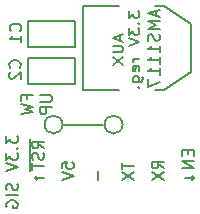
<source format=gbo>
G04 #@! TF.FileFunction,Legend,Bot*
%FSLAX46Y46*%
G04 Gerber Fmt 4.6, Leading zero omitted, Abs format (unit mm)*
G04 Created by KiCad (PCBNEW (2015-03-16 BZR 5521)-product) date Mon 16 Mar 2015 08:21:26 PM CET*
%MOMM*%
G01*
G04 APERTURE LIST*
%ADD10C,0.100000*%
%ADD11C,0.200000*%
%ADD12C,0.150000*%
%ADD13R,2.082800X3.708400*%
%ADD14R,2.082800X1.066800*%
%ADD15R,1.050800X1.050800*%
%ADD16R,1.150800X1.250800*%
%ADD17R,1.701800X1.701800*%
%ADD18C,1.701800*%
%ADD19C,1.050800*%
%ADD20R,1.348740X1.549400*%
%ADD21R,1.700800X1.700800*%
%ADD22C,1.700800*%
G04 APERTURE END LIST*
D10*
D11*
X165046667Y-103411905D02*
X165046667Y-103888096D01*
X165289524Y-103316667D02*
X164439524Y-103650000D01*
X165289524Y-103983334D01*
X164439524Y-104316667D02*
X165127619Y-104316667D01*
X165208571Y-104364286D01*
X165249048Y-104411905D01*
X165289524Y-104507143D01*
X165289524Y-104697620D01*
X165249048Y-104792858D01*
X165208571Y-104840477D01*
X165127619Y-104888096D01*
X164439524Y-104888096D01*
X164439524Y-105269048D02*
X165289524Y-105935715D01*
X164439524Y-105935715D02*
X165289524Y-105269048D01*
X165829524Y-101364286D02*
X165829524Y-101983334D01*
X166153333Y-101650000D01*
X166153333Y-101792858D01*
X166193810Y-101888096D01*
X166234286Y-101935715D01*
X166315238Y-101983334D01*
X166517619Y-101983334D01*
X166598571Y-101935715D01*
X166639048Y-101888096D01*
X166679524Y-101792858D01*
X166679524Y-101507143D01*
X166639048Y-101411905D01*
X166598571Y-101364286D01*
X166598571Y-102411905D02*
X166639048Y-102459524D01*
X166679524Y-102411905D01*
X166639048Y-102364286D01*
X166598571Y-102411905D01*
X166679524Y-102411905D01*
X165829524Y-102792857D02*
X165829524Y-103411905D01*
X166153333Y-103078571D01*
X166153333Y-103221429D01*
X166193810Y-103316667D01*
X166234286Y-103364286D01*
X166315238Y-103411905D01*
X166517619Y-103411905D01*
X166598571Y-103364286D01*
X166639048Y-103316667D01*
X166679524Y-103221429D01*
X166679524Y-102935714D01*
X166639048Y-102840476D01*
X166598571Y-102792857D01*
X165829524Y-103697619D02*
X166679524Y-104030952D01*
X165829524Y-104364286D01*
X166679524Y-105459524D02*
X166112857Y-105459524D01*
X166274762Y-105459524D02*
X166193810Y-105507143D01*
X166153333Y-105554762D01*
X166112857Y-105650000D01*
X166112857Y-105745239D01*
X166639048Y-106459525D02*
X166679524Y-106364287D01*
X166679524Y-106173810D01*
X166639048Y-106078572D01*
X166558095Y-106030953D01*
X166234286Y-106030953D01*
X166153333Y-106078572D01*
X166112857Y-106173810D01*
X166112857Y-106364287D01*
X166153333Y-106459525D01*
X166234286Y-106507144D01*
X166315238Y-106507144D01*
X166396190Y-106030953D01*
X166112857Y-107364287D02*
X166800952Y-107364287D01*
X166881905Y-107316668D01*
X166922381Y-107269049D01*
X166962857Y-107173810D01*
X166962857Y-107030953D01*
X166922381Y-106935715D01*
X166639048Y-107364287D02*
X166679524Y-107269049D01*
X166679524Y-107078572D01*
X166639048Y-106983334D01*
X166598571Y-106935715D01*
X166517619Y-106888096D01*
X166274762Y-106888096D01*
X166193810Y-106935715D01*
X166153333Y-106983334D01*
X166112857Y-107078572D01*
X166112857Y-107269049D01*
X166153333Y-107364287D01*
X166598571Y-107840477D02*
X166639048Y-107888096D01*
X166679524Y-107840477D01*
X166639048Y-107792858D01*
X166598571Y-107840477D01*
X166679524Y-107840477D01*
X157168571Y-108861429D02*
X157168571Y-108528095D01*
X157692381Y-108528095D02*
X156692381Y-108528095D01*
X156692381Y-109004286D01*
X156692381Y-109290000D02*
X157692381Y-109528095D01*
X156978095Y-109718572D01*
X157692381Y-109909048D01*
X156692381Y-110147143D01*
X158292381Y-108504286D02*
X159101905Y-108504286D01*
X159197143Y-108551905D01*
X159244762Y-108599524D01*
X159292381Y-108694762D01*
X159292381Y-108885239D01*
X159244762Y-108980477D01*
X159197143Y-109028096D01*
X159101905Y-109075715D01*
X158292381Y-109075715D01*
X159292381Y-109551905D02*
X158292381Y-109551905D01*
X158292381Y-109932858D01*
X158340000Y-110028096D01*
X158387619Y-110075715D01*
X158482857Y-110123334D01*
X158625714Y-110123334D01*
X158720952Y-110075715D01*
X158768571Y-110028096D01*
X158816190Y-109932858D01*
X158816190Y-109551905D01*
X168116667Y-101359524D02*
X168116667Y-101835715D01*
X168402381Y-101264286D02*
X167402381Y-101597619D01*
X168402381Y-101930953D01*
X168402381Y-102264286D02*
X167402381Y-102264286D01*
X168116667Y-102597620D01*
X167402381Y-102930953D01*
X168402381Y-102930953D01*
X168354762Y-103359524D02*
X168402381Y-103502381D01*
X168402381Y-103740477D01*
X168354762Y-103835715D01*
X168307143Y-103883334D01*
X168211905Y-103930953D01*
X168116667Y-103930953D01*
X168021429Y-103883334D01*
X167973810Y-103835715D01*
X167926190Y-103740477D01*
X167878571Y-103550000D01*
X167830952Y-103454762D01*
X167783333Y-103407143D01*
X167688095Y-103359524D01*
X167592857Y-103359524D01*
X167497619Y-103407143D01*
X167450000Y-103454762D01*
X167402381Y-103550000D01*
X167402381Y-103788096D01*
X167450000Y-103930953D01*
X168402381Y-104883334D02*
X168402381Y-104311905D01*
X168402381Y-104597619D02*
X167402381Y-104597619D01*
X167545238Y-104502381D01*
X167640476Y-104407143D01*
X167688095Y-104311905D01*
X168402381Y-105835715D02*
X168402381Y-105264286D01*
X168402381Y-105550000D02*
X167402381Y-105550000D01*
X167545238Y-105454762D01*
X167640476Y-105359524D01*
X167688095Y-105264286D01*
X168402381Y-106788096D02*
X168402381Y-106216667D01*
X168402381Y-106502381D02*
X167402381Y-106502381D01*
X167545238Y-106407143D01*
X167640476Y-106311905D01*
X167688095Y-106216667D01*
X167402381Y-107121429D02*
X167402381Y-107788096D01*
X168402381Y-107359524D01*
X155392381Y-111948572D02*
X155392381Y-112567620D01*
X155773333Y-112234286D01*
X155773333Y-112377144D01*
X155820952Y-112472382D01*
X155868571Y-112520001D01*
X155963810Y-112567620D01*
X156201905Y-112567620D01*
X156297143Y-112520001D01*
X156344762Y-112472382D01*
X156392381Y-112377144D01*
X156392381Y-112091429D01*
X156344762Y-111996191D01*
X156297143Y-111948572D01*
X156297143Y-112996191D02*
X156344762Y-113043810D01*
X156392381Y-112996191D01*
X156344762Y-112948572D01*
X156297143Y-112996191D01*
X156392381Y-112996191D01*
X155392381Y-113377143D02*
X155392381Y-113996191D01*
X155773333Y-113662857D01*
X155773333Y-113805715D01*
X155820952Y-113900953D01*
X155868571Y-113948572D01*
X155963810Y-113996191D01*
X156201905Y-113996191D01*
X156297143Y-113948572D01*
X156344762Y-113900953D01*
X156392381Y-113805715D01*
X156392381Y-113520000D01*
X156344762Y-113424762D01*
X156297143Y-113377143D01*
X155392381Y-114281905D02*
X156392381Y-114615238D01*
X155392381Y-114948572D01*
X156344762Y-115996191D02*
X156392381Y-116139048D01*
X156392381Y-116377144D01*
X156344762Y-116472382D01*
X156297143Y-116520001D01*
X156201905Y-116567620D01*
X156106667Y-116567620D01*
X156011429Y-116520001D01*
X155963810Y-116472382D01*
X155916190Y-116377144D01*
X155868571Y-116186667D01*
X155820952Y-116091429D01*
X155773333Y-116043810D01*
X155678095Y-115996191D01*
X155582857Y-115996191D01*
X155487619Y-116043810D01*
X155440000Y-116091429D01*
X155392381Y-116186667D01*
X155392381Y-116424763D01*
X155440000Y-116567620D01*
X156392381Y-116996191D02*
X155392381Y-116996191D01*
X155440000Y-117996191D02*
X155392381Y-117900953D01*
X155392381Y-117758096D01*
X155440000Y-117615238D01*
X155535238Y-117520000D01*
X155630476Y-117472381D01*
X155820952Y-117424762D01*
X155963810Y-117424762D01*
X156154286Y-117472381D01*
X156249524Y-117520000D01*
X156344762Y-117615238D01*
X156392381Y-117758096D01*
X156392381Y-117853334D01*
X156344762Y-117996191D01*
X156297143Y-118043810D01*
X155963810Y-118043810D01*
X155963810Y-117853334D01*
X170778571Y-113192857D02*
X170778571Y-113526191D01*
X171302381Y-113669048D02*
X171302381Y-113192857D01*
X170302381Y-113192857D01*
X170302381Y-113669048D01*
X171302381Y-114097619D02*
X170302381Y-114097619D01*
X171302381Y-114669048D01*
X170302381Y-114669048D01*
X170540476Y-115526191D02*
X171302381Y-115526191D01*
X171111905Y-115716667D02*
X171302381Y-115526191D01*
X171111905Y-115335714D01*
X168752381Y-114703334D02*
X168276190Y-114370000D01*
X168752381Y-114131905D02*
X167752381Y-114131905D01*
X167752381Y-114512858D01*
X167800000Y-114608096D01*
X167847619Y-114655715D01*
X167942857Y-114703334D01*
X168085714Y-114703334D01*
X168180952Y-114655715D01*
X168228571Y-114608096D01*
X168276190Y-114512858D01*
X168276190Y-114131905D01*
X167752381Y-115036667D02*
X168752381Y-115703334D01*
X167752381Y-115703334D02*
X168752381Y-115036667D01*
X165232381Y-114228095D02*
X165232381Y-114799524D01*
X166232381Y-114513809D02*
X165232381Y-114513809D01*
X165232381Y-115037619D02*
X166232381Y-115704286D01*
X165232381Y-115704286D02*
X166232381Y-115037619D01*
X163221429Y-114929048D02*
X163221429Y-115690953D01*
X160112381Y-114699524D02*
X160112381Y-114223333D01*
X160588571Y-114175714D01*
X160540952Y-114223333D01*
X160493333Y-114318571D01*
X160493333Y-114556667D01*
X160540952Y-114651905D01*
X160588571Y-114699524D01*
X160683810Y-114747143D01*
X160921905Y-114747143D01*
X161017143Y-114699524D01*
X161064762Y-114651905D01*
X161112381Y-114556667D01*
X161112381Y-114318571D01*
X161064762Y-114223333D01*
X161017143Y-114175714D01*
X160112381Y-115032857D02*
X161112381Y-115366190D01*
X160112381Y-115699524D01*
X158612381Y-113013334D02*
X158136190Y-112680000D01*
X158612381Y-112441905D02*
X157612381Y-112441905D01*
X157612381Y-112822858D01*
X157660000Y-112918096D01*
X157707619Y-112965715D01*
X157802857Y-113013334D01*
X157945714Y-113013334D01*
X158040952Y-112965715D01*
X158088571Y-112918096D01*
X158136190Y-112822858D01*
X158136190Y-112441905D01*
X158564762Y-113394286D02*
X158612381Y-113537143D01*
X158612381Y-113775239D01*
X158564762Y-113870477D01*
X158517143Y-113918096D01*
X158421905Y-113965715D01*
X158326667Y-113965715D01*
X158231429Y-113918096D01*
X158183810Y-113870477D01*
X158136190Y-113775239D01*
X158088571Y-113584762D01*
X158040952Y-113489524D01*
X157993333Y-113441905D01*
X157898095Y-113394286D01*
X157802857Y-113394286D01*
X157707619Y-113441905D01*
X157660000Y-113489524D01*
X157612381Y-113584762D01*
X157612381Y-113822858D01*
X157660000Y-113965715D01*
X157612381Y-114251429D02*
X157612381Y-114822858D01*
X158612381Y-114537143D02*
X157612381Y-114537143D01*
X157440000Y-112203810D02*
X157440000Y-114918096D01*
X158612381Y-115537144D02*
X157850476Y-115537144D01*
X158040952Y-115346667D02*
X157850476Y-115537144D01*
X158040952Y-115727620D01*
D12*
X164976000Y-108056000D02*
X161928000Y-108056000D01*
X161928000Y-108056000D02*
X161928000Y-100944000D01*
X161928000Y-100944000D02*
X164976000Y-100944000D01*
X168024000Y-108056000D02*
X168786000Y-108056000D01*
X168786000Y-108056000D02*
X171072000Y-106532000D01*
X171072000Y-106532000D02*
X171072000Y-102468000D01*
X171072000Y-102468000D02*
X168786000Y-100944000D01*
X168786000Y-100944000D02*
X168024000Y-100944000D01*
D11*
X160309000Y-111000000D02*
X163611000Y-111000000D01*
X160182000Y-111000000D02*
G75*
G03X160182000Y-111000000I-762000J0D01*
G01*
X165262000Y-111000000D02*
G75*
G03X165262000Y-111000000I-762000J0D01*
G01*
X157250040Y-105350000D02*
X161250040Y-105350000D01*
X157250040Y-105350000D02*
X157250040Y-107550000D01*
X157250040Y-107550000D02*
X161250040Y-107550000D01*
X161250040Y-107550000D02*
X161250040Y-105350000D01*
X157250000Y-102200000D02*
X161250000Y-102200000D01*
X157250000Y-102200000D02*
X157250000Y-104400000D01*
X157250000Y-104400000D02*
X161250000Y-104400000D01*
X161250000Y-104400000D02*
X161250000Y-102200000D01*
X156557143Y-106183334D02*
X156604762Y-106135715D01*
X156652381Y-105992858D01*
X156652381Y-105897620D01*
X156604762Y-105754762D01*
X156509524Y-105659524D01*
X156414286Y-105611905D01*
X156223810Y-105564286D01*
X156080952Y-105564286D01*
X155890476Y-105611905D01*
X155795238Y-105659524D01*
X155700000Y-105754762D01*
X155652381Y-105897620D01*
X155652381Y-105992858D01*
X155700000Y-106135715D01*
X155747619Y-106183334D01*
X155747619Y-106564286D02*
X155700000Y-106611905D01*
X155652381Y-106707143D01*
X155652381Y-106945239D01*
X155700000Y-107040477D01*
X155747619Y-107088096D01*
X155842857Y-107135715D01*
X155938095Y-107135715D01*
X156080952Y-107088096D01*
X156652381Y-106516667D01*
X156652381Y-107135715D01*
X156607103Y-103083334D02*
X156654722Y-103035715D01*
X156702341Y-102892858D01*
X156702341Y-102797620D01*
X156654722Y-102654762D01*
X156559484Y-102559524D01*
X156464246Y-102511905D01*
X156273770Y-102464286D01*
X156130912Y-102464286D01*
X155940436Y-102511905D01*
X155845198Y-102559524D01*
X155749960Y-102654762D01*
X155702341Y-102797620D01*
X155702341Y-102892858D01*
X155749960Y-103035715D01*
X155797579Y-103083334D01*
X156702341Y-104035715D02*
X156702341Y-103464286D01*
X156702341Y-103750000D02*
X155702341Y-103750000D01*
X155845198Y-103654762D01*
X155940436Y-103559524D01*
X155988055Y-103464286D01*
%LPC*%
D13*
X169802000Y-104500000D03*
D14*
X163198000Y-104500000D03*
X163198000Y-102214000D03*
X163198000Y-106786000D03*
D15*
X163200000Y-104000000D03*
X163200000Y-102700000D03*
D16*
X163198000Y-103357000D03*
D17*
X168310000Y-109730000D03*
D18*
X168310000Y-112270000D03*
X165770000Y-109730000D03*
X165770000Y-112270000D03*
X163230000Y-109730000D03*
X163230000Y-112270000D03*
X160690000Y-109730000D03*
X160690000Y-112270000D03*
D19*
X164500000Y-111000000D03*
X159420000Y-111000000D03*
D20*
X160200000Y-106450000D03*
X158300080Y-106450000D03*
X160199960Y-103300000D03*
X158300040Y-103300000D03*
D21*
X158150000Y-117000000D03*
D22*
X160690000Y-117000000D03*
X163230000Y-117000000D03*
X165770000Y-117000000D03*
X168310000Y-117000000D03*
X170850000Y-117000000D03*
M02*

</source>
